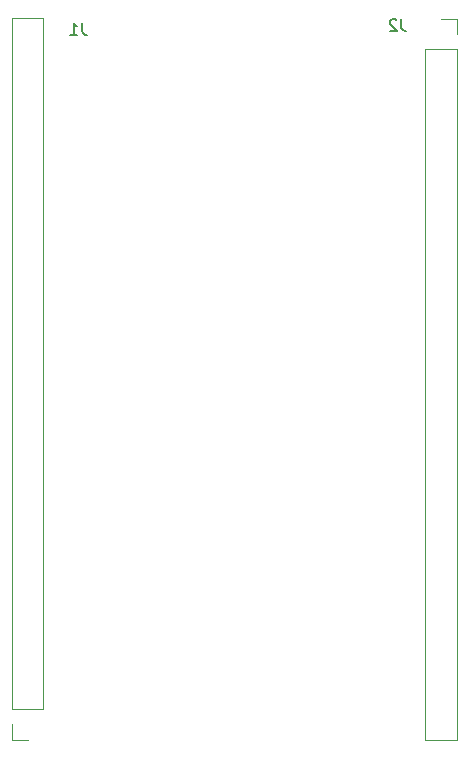
<source format=gbr>
G04 #@! TF.GenerationSoftware,KiCad,Pcbnew,5.1.6*
G04 #@! TF.CreationDate,2020-07-26T18:09:44+03:00*
G04 #@! TF.ProjectId,kicad-skw92b-mt7688a-adapter,6b696361-642d-4736-9b77-3932622d6d74,rev?*
G04 #@! TF.SameCoordinates,Original*
G04 #@! TF.FileFunction,Legend,Bot*
G04 #@! TF.FilePolarity,Positive*
%FSLAX46Y46*%
G04 Gerber Fmt 4.6, Leading zero omitted, Abs format (unit mm)*
G04 Created by KiCad (PCBNEW 5.1.6) date 2020-07-26 18:09:44*
%MOMM*%
%LPD*%
G01*
G04 APERTURE LIST*
%ADD10C,0.120000*%
%ADD11C,0.150000*%
G04 APERTURE END LIST*
D10*
X131145000Y-135655000D02*
X132475000Y-135655000D01*
X131145000Y-134325000D02*
X131145000Y-135655000D01*
X131145000Y-133055000D02*
X133805000Y-133055000D01*
X133805000Y-133055000D02*
X133805000Y-74575000D01*
X131145000Y-133055000D02*
X131145000Y-74575000D01*
X131145000Y-74575000D02*
X133805000Y-74575000D01*
X168805000Y-74600000D02*
X167475000Y-74600000D01*
X168805000Y-75930000D02*
X168805000Y-74600000D01*
X168805000Y-77200000D02*
X166145000Y-77200000D01*
X166145000Y-77200000D02*
X166145000Y-135680000D01*
X168805000Y-77200000D02*
X168805000Y-135680000D01*
X168805000Y-135680000D02*
X166145000Y-135680000D01*
D11*
X137083333Y-74952380D02*
X137083333Y-75666666D01*
X137130952Y-75809523D01*
X137226190Y-75904761D01*
X137369047Y-75952380D01*
X137464285Y-75952380D01*
X136083333Y-75952380D02*
X136654761Y-75952380D01*
X136369047Y-75952380D02*
X136369047Y-74952380D01*
X136464285Y-75095238D01*
X136559523Y-75190476D01*
X136654761Y-75238095D01*
X164133333Y-74627380D02*
X164133333Y-75341666D01*
X164180952Y-75484523D01*
X164276190Y-75579761D01*
X164419047Y-75627380D01*
X164514285Y-75627380D01*
X163704761Y-74722619D02*
X163657142Y-74675000D01*
X163561904Y-74627380D01*
X163323809Y-74627380D01*
X163228571Y-74675000D01*
X163180952Y-74722619D01*
X163133333Y-74817857D01*
X163133333Y-74913095D01*
X163180952Y-75055952D01*
X163752380Y-75627380D01*
X163133333Y-75627380D01*
M02*

</source>
